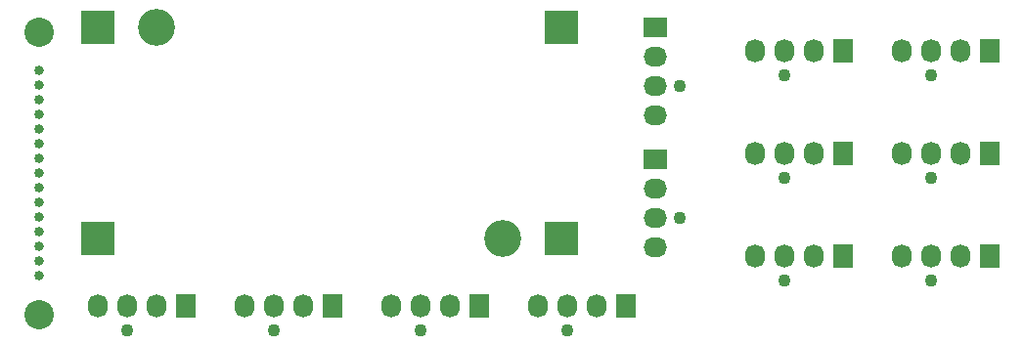
<source format=gbr>
%TF.GenerationSoftware,KiCad,Pcbnew,(5.1.10)-1*%
%TF.CreationDate,2021-07-19T20:33:02+08:00*%
%TF.ProjectId,FanDCControl,46616e44-4343-46f6-9e74-726f6c2e6b69,rev?*%
%TF.SameCoordinates,Original*%
%TF.FileFunction,Soldermask,Bot*%
%TF.FilePolarity,Negative*%
%FSLAX46Y46*%
G04 Gerber Fmt 4.6, Leading zero omitted, Abs format (unit mm)*
G04 Created by KiCad (PCBNEW (5.1.10)-1) date 2021-07-19 20:33:02*
%MOMM*%
%LPD*%
G01*
G04 APERTURE LIST*
%ADD10C,0.840000*%
%ADD11C,2.540000*%
%ADD12C,3.200000*%
%ADD13R,3.000000X3.000000*%
%ADD14C,1.100000*%
%ADD15O,1.730000X2.030000*%
%ADD16R,1.730000X2.030000*%
%ADD17O,2.030000X1.730000*%
%ADD18R,2.030000X1.730000*%
G04 APERTURE END LIST*
D10*
%TO.C,U2*%
X78740000Y-71062000D03*
X78740000Y-72332000D03*
X78740000Y-69792000D03*
X78740000Y-76142000D03*
X78740000Y-73602000D03*
X78740000Y-74872000D03*
X78740000Y-77412000D03*
X78740000Y-78682000D03*
X78740000Y-79952000D03*
X78740000Y-81222000D03*
X78740000Y-82492000D03*
X78740000Y-83762000D03*
X78740000Y-85032000D03*
X78740000Y-86302000D03*
X78740000Y-87572000D03*
D11*
X78740000Y-66522600D03*
X78740000Y-90932000D03*
%TD*%
D12*
%TO.C,U1*%
X118872000Y-84328000D03*
X88900000Y-66040000D03*
D13*
X123952000Y-84328000D03*
X83820000Y-66040000D03*
X83820000Y-84328000D03*
X123952000Y-66040000D03*
%TD*%
D14*
%TO.C,FAN4*%
X155956000Y-88012000D03*
D15*
X153416000Y-85852000D03*
X155956000Y-85852000D03*
X158496000Y-85852000D03*
D16*
X161036000Y-85852000D03*
%TD*%
D14*
%TO.C,FAN3*%
X155956000Y-79122000D03*
D15*
X153416000Y-76962000D03*
X155956000Y-76962000D03*
X158496000Y-76962000D03*
D16*
X161036000Y-76962000D03*
%TD*%
D14*
%TO.C,FAN2*%
X155956000Y-70232000D03*
D15*
X153416000Y-68072000D03*
X155956000Y-68072000D03*
X158496000Y-68072000D03*
D16*
X161036000Y-68072000D03*
%TD*%
D14*
%TO.C,FAN1*%
X143256000Y-88012000D03*
D15*
X140716000Y-85852000D03*
X143256000Y-85852000D03*
X145796000Y-85852000D03*
D16*
X148336000Y-85852000D03*
%TD*%
D14*
%TO.C,5V_FAN4*%
X143256000Y-79122000D03*
D15*
X140716000Y-76962000D03*
X143256000Y-76962000D03*
X145796000Y-76962000D03*
D16*
X148336000Y-76962000D03*
%TD*%
D14*
%TO.C,5V_FAN3*%
X143256000Y-70232000D03*
D15*
X140716000Y-68072000D03*
X143256000Y-68072000D03*
X145796000Y-68072000D03*
D16*
X148336000Y-68072000D03*
%TD*%
D14*
%TO.C,5V_FAN2*%
X134240000Y-82550000D03*
D17*
X132080000Y-85090000D03*
X132080000Y-82550000D03*
X132080000Y-80010000D03*
D18*
X132080000Y-77470000D03*
%TD*%
D14*
%TO.C,5V_FAN1*%
X134240000Y-71120000D03*
D17*
X132080000Y-73660000D03*
X132080000Y-71120000D03*
X132080000Y-68580000D03*
D18*
X132080000Y-66040000D03*
%TD*%
D14*
%TO.C,12V_FAN4*%
X111760000Y-92330000D03*
D15*
X109220000Y-90170000D03*
X111760000Y-90170000D03*
X114300000Y-90170000D03*
D16*
X116840000Y-90170000D03*
%TD*%
D14*
%TO.C,12V_FAN3*%
X124460000Y-92330000D03*
D15*
X121920000Y-90170000D03*
X124460000Y-90170000D03*
X127000000Y-90170000D03*
D16*
X129540000Y-90170000D03*
%TD*%
D14*
%TO.C,12V_FAN2*%
X86360000Y-92330000D03*
D15*
X83820000Y-90170000D03*
X86360000Y-90170000D03*
X88900000Y-90170000D03*
D16*
X91440000Y-90170000D03*
%TD*%
D14*
%TO.C,12V_FAN1*%
X99060000Y-92330000D03*
D15*
X96520000Y-90170000D03*
X99060000Y-90170000D03*
X101600000Y-90170000D03*
D16*
X104140000Y-90170000D03*
%TD*%
M02*

</source>
